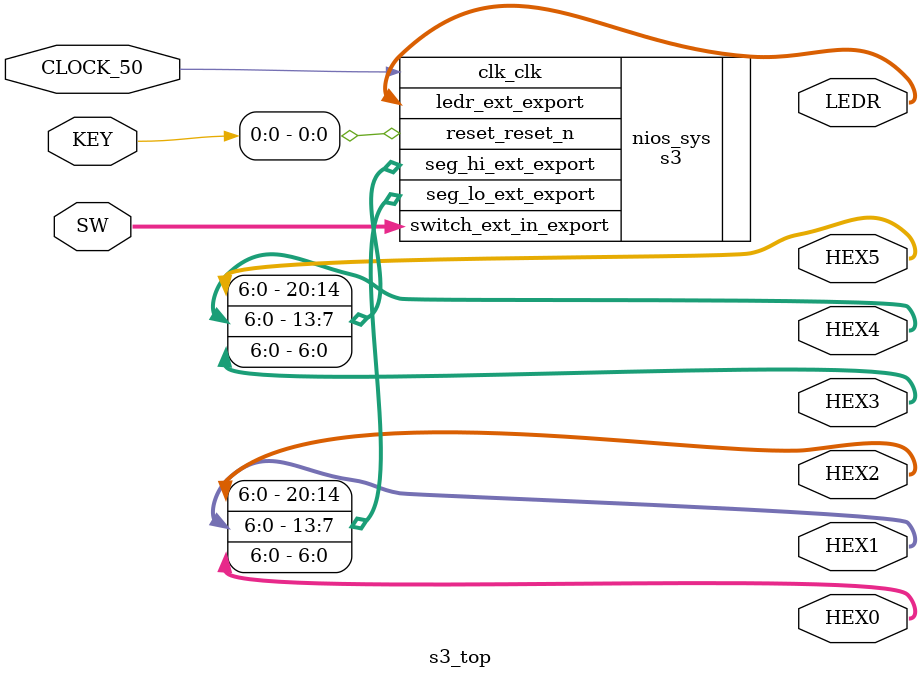
<source format=v>

module s3_top(input CLOCK_50, 
			  input[3:0] KEY,
			  input [9:0] SW,
			  output [9:0] LEDR,
			  output [6:0] HEX0,
			  output [6:0] HEX1,
			  output [6:0] HEX2,
			  output [6:0] HEX3,
			  output [6:0] HEX4,
			  output [6:0] HEX5);
	s3 nios_sys (
		.clk_clk(CLOCK_50),
		.ledr_ext_export(LEDR [9:0]),
		.reset_reset_n(KEY[0]),
		.seg_hi_ext_export({HEX5,HEX4,HEX3}),
		.seg_lo_ext_export({HEX2, HEX1, HEX0}),
		.switch_ext_in_export(SW)
		);
endmodule
	
</source>
